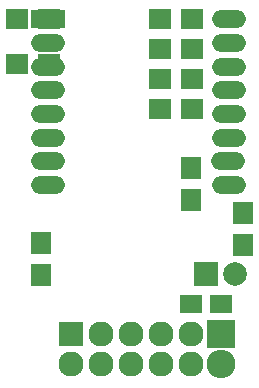
<source format=gbr>
G04 #@! TF.FileFunction,Soldermask,Bot*
%FSLAX46Y46*%
G04 Gerber Fmt 4.6, Leading zero omitted, Abs format (unit mm)*
G04 Created by KiCad (PCBNEW 4.0.5) date 02/08/17 01:10:26*
%MOMM*%
%LPD*%
G01*
G04 APERTURE LIST*
%ADD10C,0.100000*%
%ADD11R,1.900000X1.650000*%
%ADD12R,2.000000X2.000000*%
%ADD13C,2.000000*%
%ADD14R,2.127200X2.127200*%
%ADD15O,2.127200X2.127200*%
%ADD16R,2.432000X2.432000*%
%ADD17O,2.432000X2.432000*%
%ADD18R,1.900000X1.700000*%
%ADD19R,1.700000X1.900000*%
%ADD20R,2.900000X1.500000*%
%ADD21O,2.900000X1.500000*%
G04 APERTURE END LIST*
D10*
D11*
X157500000Y-104140000D03*
X160000000Y-104140000D03*
D12*
X158750000Y-101600000D03*
D13*
X161250000Y-101600000D03*
D14*
X147320000Y-106680000D03*
D15*
X147320000Y-109220000D03*
X149860000Y-106680000D03*
X149860000Y-109220000D03*
X152400000Y-106680000D03*
X152400000Y-109220000D03*
X154940000Y-106680000D03*
X154940000Y-109220000D03*
X157480000Y-106680000D03*
X157480000Y-109220000D03*
D16*
X160020000Y-106680000D03*
D17*
X160020000Y-109220000D03*
D18*
X145495000Y-80010000D03*
X142795000Y-80010000D03*
X145495000Y-83820000D03*
X142795000Y-83820000D03*
D19*
X144780000Y-98980000D03*
X144780000Y-101680000D03*
X161925000Y-96440000D03*
X161925000Y-99140000D03*
D18*
X154860000Y-80010000D03*
X157560000Y-80010000D03*
X154860000Y-85090000D03*
X157560000Y-85090000D03*
D19*
X157480000Y-95330000D03*
X157480000Y-92630000D03*
D18*
X154860000Y-82550000D03*
X157560000Y-82550000D03*
X154860000Y-87630000D03*
X157560000Y-87630000D03*
D20*
X145350000Y-80010000D03*
D21*
X145350000Y-82010000D03*
X145350000Y-84010000D03*
X145350000Y-86010000D03*
X145350000Y-88010000D03*
X145350000Y-90010000D03*
X145350000Y-92010000D03*
X145350000Y-94010000D03*
X160750000Y-94010000D03*
X160650000Y-92010000D03*
X160750000Y-90010000D03*
X160750000Y-88010000D03*
X160750000Y-86010000D03*
X160750000Y-84010000D03*
X160750000Y-82010000D03*
X160750000Y-80010000D03*
M02*

</source>
